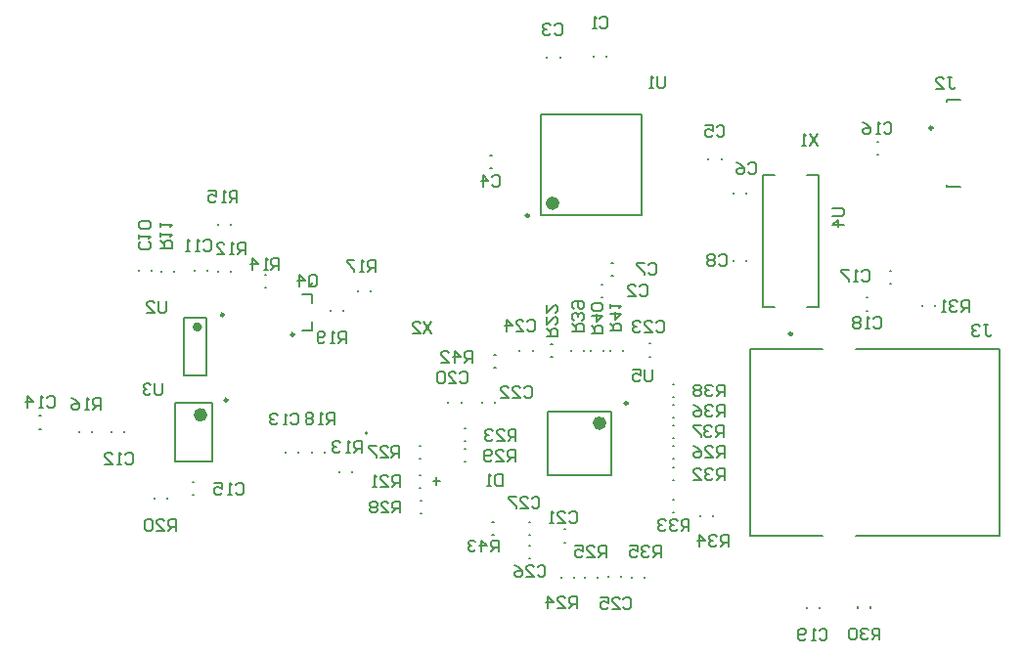
<source format=gbr>
%TF.GenerationSoftware,Altium Limited,Altium Designer,18.1.9 (240)*%
G04 Layer_Color=32896*
%FSLAX43Y43*%
%MOMM*%
%TF.FileFunction,Legend,Bot*%
%TF.Part,Single*%
G01*
G75*
%TA.AperFunction,NonConductor*%
%ADD55C,0.250*%
%ADD56C,0.127*%
%ADD57C,0.200*%
%ADD60C,0.180*%
%ADD61C,0.600*%
%ADD62C,0.400*%
D55*
X100196Y57294D02*
G03*
X100196Y57294I-125J0D01*
G01*
X71324Y63267D02*
G03*
X71324Y63267I-125J0D01*
G01*
X65229Y64973D02*
G03*
X65229Y64973I-125J0D01*
G01*
X91653Y73553D02*
G03*
X91653Y73553I-125J0D01*
G01*
X126596Y81143D02*
G03*
X126596Y81143I-125J0D01*
G01*
X114425Y63298D02*
G03*
X114425Y63298I-125J0D01*
G01*
X65573Y57584D02*
G03*
X65573Y57584I-125J0D01*
G01*
D56*
X83998Y50547D02*
X83345D01*
X83672Y50221D02*
Y50874D01*
D57*
X77663Y54733D02*
G03*
X77663Y54733I-100J0D01*
G01*
X98771Y51094D02*
Y56594D01*
X93271Y51094D02*
Y56594D01*
X98771D01*
X93271Y51094D02*
X98771D01*
X108347Y78423D02*
Y78523D01*
X107197Y78423D02*
Y78523D01*
X110506Y69610D02*
Y69710D01*
X109356Y69610D02*
Y69710D01*
X109356Y75490D02*
Y75590D01*
X110506Y75490D02*
Y75590D01*
X97905Y67606D02*
X98005D01*
X97905Y66456D02*
X98005D01*
X98820Y68335D02*
X98920D01*
X98820Y69485D02*
X98920D01*
X88659Y61510D02*
X88759D01*
X88659Y60410D02*
X88759D01*
X90840Y61849D02*
Y61949D01*
X91990Y61849D02*
Y61949D01*
X93574Y62424D02*
X93674D01*
X93574Y61324D02*
X93674D01*
X95335Y61850D02*
Y61950D01*
X96435Y61850D02*
Y61950D01*
X96986Y61850D02*
Y61950D01*
X98086Y61850D02*
Y61950D01*
X98662Y61850D02*
Y61950D01*
X99762Y61850D02*
Y61950D01*
X104099Y58966D02*
X104199D01*
X104099Y57866D02*
X104199D01*
X104099Y57188D02*
X104199D01*
X104099Y56088D02*
X104199D01*
X104099Y55410D02*
X104199D01*
X104099Y54310D02*
X104199D01*
X104099Y53644D02*
X104199D01*
X104099Y52544D02*
X104199D01*
X104115Y51740D02*
X104215D01*
X104115Y50640D02*
X104215D01*
X104115Y48976D02*
X104215D01*
X104115Y47876D02*
X104215D01*
X106485Y47526D02*
Y47626D01*
X107585Y47526D02*
Y47626D01*
X71999Y63617D02*
X72899D01*
Y64367D01*
X71999Y66717D02*
X72899D01*
Y65967D02*
Y66717D01*
X75573Y65283D02*
Y65383D01*
X74473Y65283D02*
Y65383D01*
X77969Y66994D02*
Y67094D01*
X76869Y66994D02*
Y67094D01*
X68798Y67319D02*
X68898D01*
X68798Y68419D02*
X68898D01*
X63837Y68734D02*
Y68834D01*
X62687Y68734D02*
Y68834D01*
X64763Y72772D02*
Y72872D01*
X65863Y72772D02*
Y72872D01*
X59854Y68684D02*
Y68784D01*
X60954Y68684D02*
Y68784D01*
X59011Y68734D02*
Y68834D01*
X57861Y68734D02*
Y68834D01*
X61754Y59718D02*
X63754D01*
X61754Y64718D02*
X63754D01*
X61754Y59718D02*
Y64718D01*
X63754Y59718D02*
Y64718D01*
X52714Y54805D02*
Y54905D01*
X53814Y54805D02*
Y54905D01*
X56633Y54805D02*
Y54905D01*
X55483Y54805D02*
Y54905D01*
X49289Y56252D02*
X49389D01*
X49289Y55102D02*
X49389D01*
X60316Y49036D02*
Y49136D01*
X59216Y49036D02*
Y49136D01*
X62574Y50511D02*
X62674D01*
X62574Y49361D02*
X62674D01*
X71718Y52989D02*
Y53089D01*
X70568Y52989D02*
Y53089D01*
X72893Y53039D02*
Y53139D01*
X73993Y53039D02*
Y53139D01*
X75218Y51322D02*
Y51422D01*
X76318Y51322D02*
Y51422D01*
X84670Y57355D02*
Y57455D01*
X85820Y57355D02*
Y57455D01*
X87588Y57355D02*
Y57455D01*
X88738Y57355D02*
Y57455D01*
X86055Y54056D02*
X86155D01*
X86055Y55156D02*
X86155D01*
X86055Y52278D02*
X86155D01*
X86055Y53378D02*
X86155D01*
X82209Y49945D02*
X82309D01*
X82209Y51045D02*
X82309D01*
X82234Y47786D02*
X82334D01*
X82234Y48886D02*
X82334D01*
X88494Y47032D02*
X88594D01*
X88494Y45932D02*
X88594D01*
X91691Y45903D02*
X91791D01*
X91691Y47053D02*
X91791D01*
X91691Y43871D02*
X91791D01*
X91691Y45021D02*
X91791D01*
X94705Y46422D02*
X94805D01*
X94705Y45272D02*
X94805D01*
X95571Y42198D02*
Y42298D01*
X94471Y42198D02*
Y42298D01*
X97603Y42198D02*
Y42298D01*
X96503Y42198D02*
Y42298D01*
X99660Y42242D02*
Y42342D01*
X98510Y42242D02*
Y42342D01*
X101667Y42198D02*
Y42298D01*
X100567Y42198D02*
Y42298D01*
X115681Y39536D02*
Y39636D01*
X116831Y39536D02*
Y39636D01*
X121251Y39599D02*
Y39699D01*
X120151Y39599D02*
Y39699D01*
X119932Y45838D02*
X132358D01*
X110768D02*
X117104D01*
X110768Y61968D02*
X117104D01*
X119932D02*
X132358D01*
Y45838D02*
Y61968D01*
X110768Y45838D02*
Y61968D01*
X122886Y68799D02*
X122986D01*
X122886Y67649D02*
X122986D01*
X120905Y66463D02*
X121005D01*
X120905Y65313D02*
X121005D01*
X125684Y65712D02*
Y65812D01*
X126784Y65712D02*
Y65812D01*
X88329Y77653D02*
X88429D01*
X88329Y78803D02*
X88429D01*
X92703Y73628D02*
Y82328D01*
X101403Y73628D02*
Y82328D01*
X92703Y73628D02*
X101403D01*
X92703Y82328D02*
X101403D01*
X93227Y87224D02*
Y87324D01*
X94377Y87224D02*
Y87324D01*
X97228Y87288D02*
Y87388D01*
X98378Y87288D02*
Y87388D01*
X121832Y78825D02*
X121932D01*
X121832Y79975D02*
X121932D01*
X127821Y76093D02*
X129006D01*
X127821D02*
Y76243D01*
Y83593D02*
X129006D01*
X127821Y83443D02*
Y83593D01*
X82158Y53644D02*
X82258D01*
X82158Y52544D02*
X82258D01*
X102069Y61350D02*
X102169D01*
X102069Y62500D02*
X102169D01*
X111900Y65648D02*
Y77048D01*
X116700Y65648D02*
Y77048D01*
X115700Y65648D02*
X116700D01*
X111900D02*
X112900D01*
X111900Y77048D02*
X112900D01*
X115700D02*
X116700D01*
X64744Y68684D02*
Y68784D01*
X65844Y68684D02*
Y68784D01*
X64223Y52304D02*
Y57304D01*
X61023Y52304D02*
Y57304D01*
X64223D01*
X61023Y52304D02*
X64223D01*
D60*
X117923Y74219D02*
X118756D01*
X118923Y74052D01*
Y73719D01*
X118756Y73552D01*
X117923D01*
X118923Y72719D02*
X117923D01*
X118423Y73219D01*
Y72553D01*
X54585Y56744D02*
Y57743D01*
X54085D01*
X53918Y57577D01*
Y57243D01*
X54085Y57077D01*
X54585D01*
X54251D02*
X53918Y56744D01*
X53585D02*
X53252D01*
X53418D01*
Y57743D01*
X53585Y57577D01*
X52085Y57743D02*
X52419Y57577D01*
X52752Y57243D01*
Y56910D01*
X52585Y56744D01*
X52252D01*
X52085Y56910D01*
Y57077D01*
X52252Y57243D01*
X52752D01*
X66396Y74727D02*
Y75726D01*
X65896D01*
X65729Y75560D01*
Y75227D01*
X65896Y75060D01*
X66396D01*
X66062D02*
X65729Y74727D01*
X65396D02*
X65063D01*
X65229D01*
Y75726D01*
X65396Y75560D01*
X63896Y75726D02*
X64563D01*
Y75227D01*
X64230Y75393D01*
X64063D01*
X63896Y75227D01*
Y74893D01*
X64063Y74727D01*
X64396D01*
X64563Y74893D01*
X83236Y64347D02*
X82569Y63348D01*
Y64347D02*
X83236Y63348D01*
X81570D02*
X82236D01*
X81570Y64014D01*
Y64181D01*
X81736Y64347D01*
X82070D01*
X82236Y64181D01*
X116637Y80654D02*
X115970Y79654D01*
Y80654D02*
X116637Y79654D01*
X115637D02*
X115304D01*
X115471D01*
Y80654D01*
X115637Y80487D01*
X102311Y60207D02*
Y59374D01*
X102145Y59207D01*
X101811D01*
X101645Y59374D01*
Y60207D01*
X100645D02*
X101312D01*
Y59707D01*
X100978Y59874D01*
X100812D01*
X100645Y59707D01*
Y59374D01*
X100812Y59207D01*
X101145D01*
X101312Y59374D01*
X59944Y59064D02*
Y58231D01*
X59777Y58064D01*
X59444D01*
X59278Y58231D01*
Y59064D01*
X58944Y58897D02*
X58778Y59064D01*
X58444D01*
X58278Y58897D01*
Y58731D01*
X58444Y58564D01*
X58611D01*
X58444D01*
X58278Y58398D01*
Y58231D01*
X58444Y58064D01*
X58778D01*
X58944Y58231D01*
X60249Y66125D02*
Y65292D01*
X60082Y65126D01*
X59749D01*
X59582Y65292D01*
Y66125D01*
X58583Y65126D02*
X59249D01*
X58583Y65792D01*
Y65959D01*
X58749Y66125D01*
X59083D01*
X59249Y65959D01*
X103403Y85607D02*
Y84774D01*
X103237Y84607D01*
X102904D01*
X102737Y84774D01*
Y85607D01*
X102404Y84607D02*
X102071D01*
X102237D01*
Y85607D01*
X102404Y85440D01*
X89052Y44450D02*
Y45450D01*
X88553D01*
X88386Y45283D01*
Y44950D01*
X88553Y44783D01*
X89052D01*
X88719D02*
X88386Y44450D01*
X87553D02*
Y45450D01*
X88053Y44950D01*
X87386D01*
X87053Y45283D02*
X86886Y45450D01*
X86553D01*
X86387Y45283D01*
Y45116D01*
X86553Y44950D01*
X86720D01*
X86553D01*
X86387Y44783D01*
Y44617D01*
X86553Y44450D01*
X86886D01*
X87053Y44617D01*
X86741Y60858D02*
Y61858D01*
X86241D01*
X86075Y61691D01*
Y61358D01*
X86241Y61192D01*
X86741D01*
X86408D02*
X86075Y60858D01*
X85241D02*
Y61858D01*
X85741Y61358D01*
X85075D01*
X84075Y60858D02*
X84742D01*
X84075Y61525D01*
Y61691D01*
X84242Y61858D01*
X84575D01*
X84742Y61691D01*
X98662Y63576D02*
X99662D01*
Y64076D01*
X99495Y64243D01*
X99162D01*
X98996Y64076D01*
Y63576D01*
Y63909D02*
X98662Y64243D01*
Y65076D02*
X99662D01*
X99162Y64576D01*
Y65242D01*
X98662Y65576D02*
Y65909D01*
Y65742D01*
X99662D01*
X99495Y65576D01*
X97053Y63348D02*
X98053D01*
Y63847D01*
X97886Y64014D01*
X97553D01*
X97387Y63847D01*
Y63348D01*
Y63681D02*
X97053Y64014D01*
Y64847D02*
X98053D01*
X97553Y64347D01*
Y65014D01*
X97886Y65347D02*
X98053Y65514D01*
Y65847D01*
X97886Y66013D01*
X97220D01*
X97053Y65847D01*
Y65514D01*
X97220Y65347D01*
X97886D01*
X95402Y63500D02*
X96402D01*
Y64000D01*
X96235Y64166D01*
X95902D01*
X95736Y64000D01*
Y63500D01*
Y63833D02*
X95402Y64166D01*
X96235Y64500D02*
X96402Y64666D01*
Y65000D01*
X96235Y65166D01*
X96069D01*
X95902Y65000D01*
Y64833D01*
Y65000D01*
X95736Y65166D01*
X95569D01*
X95402Y65000D01*
Y64666D01*
X95569Y64500D01*
Y65499D02*
X95402Y65666D01*
Y65999D01*
X95569Y66166D01*
X96235D01*
X96402Y65999D01*
Y65666D01*
X96235Y65499D01*
X96069D01*
X95902Y65666D01*
Y66166D01*
X108585Y57912D02*
Y58912D01*
X108085D01*
X107919Y58745D01*
Y58412D01*
X108085Y58245D01*
X108585D01*
X108252D02*
X107919Y57912D01*
X107585Y58745D02*
X107419Y58912D01*
X107085D01*
X106919Y58745D01*
Y58578D01*
X107085Y58412D01*
X107252D01*
X107085D01*
X106919Y58245D01*
Y58079D01*
X107085Y57912D01*
X107419D01*
X107585Y58079D01*
X106586Y58745D02*
X106419Y58912D01*
X106086D01*
X105919Y58745D01*
Y58578D01*
X106086Y58412D01*
X105919Y58245D01*
Y58079D01*
X106086Y57912D01*
X106419D01*
X106586Y58079D01*
Y58245D01*
X106419Y58412D01*
X106586Y58578D01*
Y58745D01*
X106419Y58412D02*
X106086D01*
X108534Y54381D02*
Y55381D01*
X108034D01*
X107868Y55214D01*
Y54881D01*
X108034Y54715D01*
X108534D01*
X108201D02*
X107868Y54381D01*
X107535Y55214D02*
X107368Y55381D01*
X107035D01*
X106868Y55214D01*
Y55048D01*
X107035Y54881D01*
X107201D01*
X107035D01*
X106868Y54715D01*
Y54548D01*
X107035Y54381D01*
X107368D01*
X107535Y54548D01*
X106535Y55381D02*
X105868D01*
Y55214D01*
X106535Y54548D01*
Y54381D01*
X108585Y56159D02*
Y57159D01*
X108085D01*
X107919Y56992D01*
Y56659D01*
X108085Y56493D01*
X108585D01*
X108252D02*
X107919Y56159D01*
X107585Y56992D02*
X107419Y57159D01*
X107085D01*
X106919Y56992D01*
Y56826D01*
X107085Y56659D01*
X107252D01*
X107085D01*
X106919Y56493D01*
Y56326D01*
X107085Y56159D01*
X107419D01*
X107585Y56326D01*
X105919Y57159D02*
X106252Y56992D01*
X106586Y56659D01*
Y56326D01*
X106419Y56159D01*
X106086D01*
X105919Y56326D01*
Y56493D01*
X106086Y56659D01*
X106586D01*
X103073Y43993D02*
Y44992D01*
X102573D01*
X102407Y44826D01*
Y44493D01*
X102573Y44326D01*
X103073D01*
X102740D02*
X102407Y43993D01*
X102074Y44826D02*
X101907Y44992D01*
X101574D01*
X101407Y44826D01*
Y44659D01*
X101574Y44493D01*
X101740D01*
X101574D01*
X101407Y44326D01*
Y44159D01*
X101574Y43993D01*
X101907D01*
X102074Y44159D01*
X100407Y44992D02*
X101074D01*
Y44493D01*
X100741Y44659D01*
X100574D01*
X100407Y44493D01*
Y44159D01*
X100574Y43993D01*
X100907D01*
X101074Y44159D01*
X108915Y44882D02*
Y45881D01*
X108415D01*
X108249Y45715D01*
Y45382D01*
X108415Y45215D01*
X108915D01*
X108582D02*
X108249Y44882D01*
X107916Y45715D02*
X107749Y45881D01*
X107416D01*
X107249Y45715D01*
Y45548D01*
X107416Y45382D01*
X107582D01*
X107416D01*
X107249Y45215D01*
Y45048D01*
X107416Y44882D01*
X107749D01*
X107916Y45048D01*
X106416Y44882D02*
Y45881D01*
X106916Y45382D01*
X106249D01*
X105512Y46253D02*
Y47253D01*
X105012D01*
X104845Y47086D01*
Y46753D01*
X105012Y46587D01*
X105512D01*
X105178D02*
X104845Y46253D01*
X104512Y47086D02*
X104345Y47253D01*
X104012D01*
X103845Y47086D01*
Y46920D01*
X104012Y46753D01*
X104179D01*
X104012D01*
X103845Y46587D01*
Y46420D01*
X104012Y46253D01*
X104345D01*
X104512Y46420D01*
X103512Y47086D02*
X103346Y47253D01*
X103012D01*
X102846Y47086D01*
Y46920D01*
X103012Y46753D01*
X103179D01*
X103012D01*
X102846Y46587D01*
Y46420D01*
X103012Y46253D01*
X103346D01*
X103512Y46420D01*
X108585Y50698D02*
Y51698D01*
X108085D01*
X107919Y51531D01*
Y51198D01*
X108085Y51032D01*
X108585D01*
X108252D02*
X107919Y50698D01*
X107585Y51531D02*
X107419Y51698D01*
X107085D01*
X106919Y51531D01*
Y51365D01*
X107085Y51198D01*
X107252D01*
X107085D01*
X106919Y51032D01*
Y50865D01*
X107085Y50698D01*
X107419D01*
X107585Y50865D01*
X105919Y50698D02*
X106586D01*
X105919Y51365D01*
Y51531D01*
X106086Y51698D01*
X106419D01*
X106586Y51531D01*
X129743Y65227D02*
Y66227D01*
X129243D01*
X129077Y66060D01*
Y65727D01*
X129243Y65560D01*
X129743D01*
X129410D02*
X129077Y65227D01*
X128744Y66060D02*
X128577Y66227D01*
X128244D01*
X128077Y66060D01*
Y65894D01*
X128244Y65727D01*
X128410D01*
X128244D01*
X128077Y65560D01*
Y65394D01*
X128244Y65227D01*
X128577D01*
X128744Y65394D01*
X127744Y65227D02*
X127411D01*
X127577D01*
Y66227D01*
X127744Y66060D01*
X122022Y36830D02*
Y37830D01*
X121522D01*
X121355Y37663D01*
Y37330D01*
X121522Y37163D01*
X122022D01*
X121688D02*
X121355Y36830D01*
X121022Y37663D02*
X120855Y37830D01*
X120522D01*
X120355Y37663D01*
Y37496D01*
X120522Y37330D01*
X120689D01*
X120522D01*
X120355Y37163D01*
Y36997D01*
X120522Y36830D01*
X120855D01*
X121022Y36997D01*
X120022Y37663D02*
X119856Y37830D01*
X119522D01*
X119356Y37663D01*
Y36997D01*
X119522Y36830D01*
X119856D01*
X120022Y36997D01*
Y37663D01*
X90475Y52299D02*
Y53298D01*
X89975D01*
X89808Y53132D01*
Y52798D01*
X89975Y52632D01*
X90475D01*
X90142D02*
X89808Y52299D01*
X88809D02*
X89475D01*
X88809Y52965D01*
Y53132D01*
X88975Y53298D01*
X89309D01*
X89475Y53132D01*
X88475Y52465D02*
X88309Y52299D01*
X87976D01*
X87809Y52465D01*
Y53132D01*
X87976Y53298D01*
X88309D01*
X88475Y53132D01*
Y52965D01*
X88309Y52798D01*
X87809D01*
X80518Y47828D02*
Y48828D01*
X80018D01*
X79852Y48661D01*
Y48328D01*
X80018Y48161D01*
X80518D01*
X80185D02*
X79852Y47828D01*
X78852D02*
X79518D01*
X78852Y48495D01*
Y48661D01*
X79018Y48828D01*
X79352D01*
X79518Y48661D01*
X78519D02*
X78352Y48828D01*
X78019D01*
X77852Y48661D01*
Y48495D01*
X78019Y48328D01*
X77852Y48161D01*
Y47995D01*
X78019Y47828D01*
X78352D01*
X78519Y47995D01*
Y48161D01*
X78352Y48328D01*
X78519Y48495D01*
Y48661D01*
X78352Y48328D02*
X78019D01*
X80442Y52603D02*
Y53603D01*
X79942D01*
X79775Y53436D01*
Y53103D01*
X79942Y52937D01*
X80442D01*
X80109D02*
X79775Y52603D01*
X78776D02*
X79442D01*
X78776Y53270D01*
Y53436D01*
X78942Y53603D01*
X79276D01*
X79442Y53436D01*
X78442Y53603D02*
X77776D01*
Y53436D01*
X78442Y52770D01*
Y52603D01*
X108585Y52629D02*
Y53628D01*
X108085D01*
X107919Y53462D01*
Y53129D01*
X108085Y52962D01*
X108585D01*
X108252D02*
X107919Y52629D01*
X106919D02*
X107585D01*
X106919Y53295D01*
Y53462D01*
X107085Y53628D01*
X107419D01*
X107585Y53462D01*
X105919Y53628D02*
X106252Y53462D01*
X106586Y53129D01*
Y52795D01*
X106419Y52629D01*
X106086D01*
X105919Y52795D01*
Y52962D01*
X106086Y53129D01*
X106586D01*
X98349Y43967D02*
Y44967D01*
X97849D01*
X97682Y44800D01*
Y44467D01*
X97849Y44301D01*
X98349D01*
X98016D02*
X97682Y43967D01*
X96683D02*
X97349D01*
X96683Y44634D01*
Y44800D01*
X96849Y44967D01*
X97183D01*
X97349Y44800D01*
X95683Y44967D02*
X96349D01*
Y44467D01*
X96016Y44634D01*
X95850D01*
X95683Y44467D01*
Y44134D01*
X95850Y43967D01*
X96183D01*
X96349Y44134D01*
X95783Y39548D02*
Y40547D01*
X95284D01*
X95117Y40381D01*
Y40048D01*
X95284Y39881D01*
X95783D01*
X95450D02*
X95117Y39548D01*
X94117D02*
X94784D01*
X94117Y40214D01*
Y40381D01*
X94284Y40547D01*
X94617D01*
X94784Y40381D01*
X93284Y39548D02*
Y40547D01*
X93784Y40048D01*
X93118D01*
X90526Y54026D02*
Y55025D01*
X90026D01*
X89859Y54859D01*
Y54526D01*
X90026Y54359D01*
X90526D01*
X90192D02*
X89859Y54026D01*
X88859D02*
X89526D01*
X88859Y54692D01*
Y54859D01*
X89026Y55025D01*
X89359D01*
X89526Y54859D01*
X88526D02*
X88360Y55025D01*
X88026D01*
X87860Y54859D01*
Y54692D01*
X88026Y54526D01*
X88193D01*
X88026D01*
X87860Y54359D01*
Y54192D01*
X88026Y54026D01*
X88360D01*
X88526Y54192D01*
X93167Y63119D02*
X94167D01*
Y63619D01*
X94000Y63785D01*
X93667D01*
X93500Y63619D01*
Y63119D01*
Y63452D02*
X93167Y63785D01*
Y64785D02*
Y64119D01*
X93834Y64785D01*
X94000D01*
X94167Y64619D01*
Y64285D01*
X94000Y64119D01*
X93167Y65785D02*
Y65118D01*
X93834Y65785D01*
X94000D01*
X94167Y65618D01*
Y65285D01*
X94000Y65118D01*
X80467Y50063D02*
Y51063D01*
X79967D01*
X79801Y50896D01*
Y50563D01*
X79967Y50397D01*
X80467D01*
X80134D02*
X79801Y50063D01*
X78801D02*
X79468D01*
X78801Y50730D01*
Y50896D01*
X78968Y51063D01*
X79301D01*
X79468Y50896D01*
X78468Y50063D02*
X78135D01*
X78301D01*
Y51063D01*
X78468Y50896D01*
X61087Y46253D02*
Y47253D01*
X60587D01*
X60421Y47086D01*
Y46753D01*
X60587Y46587D01*
X61087D01*
X60754D02*
X60421Y46253D01*
X59421D02*
X60087D01*
X59421Y46920D01*
Y47086D01*
X59587Y47253D01*
X59921D01*
X60087Y47086D01*
X59088D02*
X58921Y47253D01*
X58588D01*
X58421Y47086D01*
Y46420D01*
X58588Y46253D01*
X58921D01*
X59088Y46420D01*
Y47086D01*
X75844Y62509D02*
Y63509D01*
X75345D01*
X75178Y63342D01*
Y63009D01*
X75345Y62843D01*
X75844D01*
X75511D02*
X75178Y62509D01*
X74845D02*
X74511D01*
X74678D01*
Y63509D01*
X74845Y63342D01*
X74012Y62676D02*
X73845Y62509D01*
X73512D01*
X73345Y62676D01*
Y63342D01*
X73512Y63509D01*
X73845D01*
X74012Y63342D01*
Y63176D01*
X73845Y63009D01*
X73345D01*
X74828Y55499D02*
Y56499D01*
X74329D01*
X74162Y56332D01*
Y55999D01*
X74329Y55832D01*
X74828D01*
X74495D02*
X74162Y55499D01*
X73829D02*
X73495D01*
X73662D01*
Y56499D01*
X73829Y56332D01*
X72996D02*
X72829Y56499D01*
X72496D01*
X72329Y56332D01*
Y56165D01*
X72496Y55999D01*
X72329Y55832D01*
Y55666D01*
X72496Y55499D01*
X72829D01*
X72996Y55666D01*
Y55832D01*
X72829Y55999D01*
X72996Y56165D01*
Y56332D01*
X72829Y55999D02*
X72496D01*
X78384Y68684D02*
Y69684D01*
X77885D01*
X77718Y69517D01*
Y69184D01*
X77885Y69017D01*
X78384D01*
X78051D02*
X77718Y68684D01*
X77385D02*
X77051D01*
X77218D01*
Y69684D01*
X77385Y69517D01*
X76552Y69684D02*
X75885D01*
Y69517D01*
X76552Y68851D01*
Y68684D01*
X70028Y68859D02*
Y69859D01*
X69528D01*
X69361Y69692D01*
Y69359D01*
X69528Y69193D01*
X70028D01*
X69695D02*
X69361Y68859D01*
X69028D02*
X68695D01*
X68862D01*
Y69859D01*
X69028Y69692D01*
X67695Y68859D02*
Y69859D01*
X68195Y69359D01*
X67529D01*
X77165Y53061D02*
Y54060D01*
X76665D01*
X76499Y53894D01*
Y53560D01*
X76665Y53394D01*
X77165D01*
X76832D02*
X76499Y53061D01*
X76166D02*
X75832D01*
X75999D01*
Y54060D01*
X76166Y53894D01*
X75332D02*
X75166Y54060D01*
X74833D01*
X74666Y53894D01*
Y53727D01*
X74833Y53560D01*
X74999D01*
X74833D01*
X74666Y53394D01*
Y53227D01*
X74833Y53061D01*
X75166D01*
X75332Y53227D01*
X67132Y70256D02*
Y71256D01*
X66632D01*
X66466Y71089D01*
Y70756D01*
X66632Y70590D01*
X67132D01*
X66799D02*
X66466Y70256D01*
X66133D02*
X65799D01*
X65966D01*
Y71256D01*
X66133Y71089D01*
X64633Y70256D02*
X65299D01*
X64633Y70923D01*
Y71089D01*
X64800Y71256D01*
X65133D01*
X65299Y71089D01*
X59792Y70739D02*
X60791D01*
Y71239D01*
X60625Y71405D01*
X60291D01*
X60125Y71239D01*
Y70739D01*
Y71072D02*
X59792Y71405D01*
Y71739D02*
Y72072D01*
Y71905D01*
X60791D01*
X60625Y71739D01*
X59792Y72572D02*
Y72905D01*
Y72738D01*
X60791D01*
X60625Y72572D01*
X72638Y67604D02*
Y68270D01*
X72805Y68437D01*
X73138D01*
X73304Y68270D01*
Y67604D01*
X73138Y67437D01*
X72805D01*
X72971Y67770D02*
X72638Y67437D01*
X72805D02*
X72638Y67604D01*
X71805Y67437D02*
Y68437D01*
X72305Y67937D01*
X71638D01*
X131037Y64109D02*
X131370D01*
X131203D01*
Y63276D01*
X131370Y63110D01*
X131536D01*
X131703Y63276D01*
X130703Y63943D02*
X130537Y64109D01*
X130204D01*
X130037Y63943D01*
Y63776D01*
X130204Y63610D01*
X130370D01*
X130204D01*
X130037Y63443D01*
Y63276D01*
X130204Y63110D01*
X130537D01*
X130703Y63276D01*
X127927Y85515D02*
X128260D01*
X128093D01*
Y84682D01*
X128260Y84516D01*
X128427D01*
X128593Y84682D01*
X126927Y84516D02*
X127594D01*
X126927Y85182D01*
Y85349D01*
X127094Y85515D01*
X127427D01*
X127594Y85349D01*
X89408Y51139D02*
Y50140D01*
X88908D01*
X88742Y50306D01*
Y50973D01*
X88908Y51139D01*
X89408D01*
X88408Y50140D02*
X88075D01*
X88242D01*
Y51139D01*
X88408Y50973D01*
X91891Y49068D02*
X92058Y49234D01*
X92391D01*
X92558Y49068D01*
Y48401D01*
X92391Y48235D01*
X92058D01*
X91891Y48401D01*
X90891Y48235D02*
X91558D01*
X90891Y48901D01*
Y49068D01*
X91058Y49234D01*
X91391D01*
X91558Y49068D01*
X90558Y49234D02*
X89892D01*
Y49068D01*
X90558Y48401D01*
Y48235D01*
X92399Y43099D02*
X92566Y43265D01*
X92899D01*
X93066Y43099D01*
Y42432D01*
X92899Y42266D01*
X92566D01*
X92399Y42432D01*
X91399Y42266D02*
X92066D01*
X91399Y42932D01*
Y43099D01*
X91566Y43265D01*
X91899D01*
X92066Y43099D01*
X90400Y43265D02*
X90733Y43099D01*
X91066Y42765D01*
Y42432D01*
X90900Y42266D01*
X90566D01*
X90400Y42432D01*
Y42599D01*
X90566Y42765D01*
X91066D01*
X99841Y40355D02*
X100008Y40522D01*
X100341D01*
X100508Y40355D01*
Y39689D01*
X100341Y39522D01*
X100008D01*
X99841Y39689D01*
X98842Y39522D02*
X99508D01*
X98842Y40189D01*
Y40355D01*
X99008Y40522D01*
X99342D01*
X99508Y40355D01*
X97842Y40522D02*
X98508D01*
Y40022D01*
X98175Y40189D01*
X98009D01*
X97842Y40022D01*
Y39689D01*
X98009Y39522D01*
X98342D01*
X98508Y39689D01*
X91536Y64384D02*
X91702Y64550D01*
X92035D01*
X92202Y64384D01*
Y63717D01*
X92035Y63551D01*
X91702D01*
X91536Y63717D01*
X90536Y63551D02*
X91202D01*
X90536Y64217D01*
Y64384D01*
X90702Y64550D01*
X91036D01*
X91202Y64384D01*
X89703Y63551D02*
Y64550D01*
X90203Y64051D01*
X89536D01*
X102686Y64282D02*
X102853Y64449D01*
X103186D01*
X103353Y64282D01*
Y63616D01*
X103186Y63449D01*
X102853D01*
X102686Y63616D01*
X101686Y63449D02*
X102353D01*
X101686Y64116D01*
Y64282D01*
X101853Y64449D01*
X102186D01*
X102353Y64282D01*
X101353D02*
X101187Y64449D01*
X100853D01*
X100687Y64282D01*
Y64116D01*
X100853Y63949D01*
X101020D01*
X100853D01*
X100687Y63782D01*
Y63616D01*
X100853Y63449D01*
X101187D01*
X101353Y63616D01*
X91231Y58618D02*
X91397Y58785D01*
X91731D01*
X91897Y58618D01*
Y57952D01*
X91731Y57785D01*
X91397D01*
X91231Y57952D01*
X90231Y57785D02*
X90898D01*
X90231Y58451D01*
Y58618D01*
X90398Y58785D01*
X90731D01*
X90898Y58618D01*
X89231Y57785D02*
X89898D01*
X89231Y58451D01*
Y58618D01*
X89398Y58785D01*
X89731D01*
X89898Y58618D01*
X95142Y47798D02*
X95309Y47964D01*
X95642D01*
X95809Y47798D01*
Y47131D01*
X95642Y46965D01*
X95309D01*
X95142Y47131D01*
X94143Y46965D02*
X94809D01*
X94143Y47631D01*
Y47798D01*
X94309Y47964D01*
X94643D01*
X94809Y47798D01*
X93809Y46965D02*
X93476D01*
X93643D01*
Y47964D01*
X93809Y47798D01*
X85694Y59863D02*
X85860Y60029D01*
X86193D01*
X86360Y59863D01*
Y59196D01*
X86193Y59030D01*
X85860D01*
X85694Y59196D01*
X84694Y59030D02*
X85360D01*
X84694Y59696D01*
Y59863D01*
X84860Y60029D01*
X85194D01*
X85360Y59863D01*
X84361D02*
X84194Y60029D01*
X83861D01*
X83694Y59863D01*
Y59196D01*
X83861Y59030D01*
X84194D01*
X84361Y59196D01*
Y59863D01*
X116783Y37612D02*
X116950Y37779D01*
X117283D01*
X117450Y37612D01*
Y36946D01*
X117283Y36779D01*
X116950D01*
X116783Y36946D01*
X116450Y36779D02*
X116117D01*
X116283D01*
Y37779D01*
X116450Y37612D01*
X115617Y36946D02*
X115450Y36779D01*
X115117D01*
X114950Y36946D01*
Y37612D01*
X115117Y37779D01*
X115450D01*
X115617Y37612D01*
Y37446D01*
X115450Y37279D01*
X114950D01*
X121508Y64638D02*
X121674Y64804D01*
X122007D01*
X122174Y64638D01*
Y63971D01*
X122007Y63805D01*
X121674D01*
X121508Y63971D01*
X121174Y63805D02*
X120841D01*
X121008D01*
Y64804D01*
X121174Y64638D01*
X120341D02*
X120175Y64804D01*
X119841D01*
X119675Y64638D01*
Y64471D01*
X119841Y64305D01*
X119675Y64138D01*
Y63971D01*
X119841Y63805D01*
X120175D01*
X120341Y63971D01*
Y64138D01*
X120175Y64305D01*
X120341Y64471D01*
Y64638D01*
X120175Y64305D02*
X119841D01*
X120492Y68676D02*
X120658Y68843D01*
X120991D01*
X121158Y68676D01*
Y68010D01*
X120991Y67843D01*
X120658D01*
X120492Y68010D01*
X120158Y67843D02*
X119825D01*
X119992D01*
Y68843D01*
X120158Y68676D01*
X119325Y68843D02*
X118659D01*
Y68676D01*
X119325Y68010D01*
Y67843D01*
X122371Y81503D02*
X122538Y81670D01*
X122871D01*
X123038Y81503D01*
Y80837D01*
X122871Y80670D01*
X122538D01*
X122371Y80837D01*
X122038Y80670D02*
X121705D01*
X121871D01*
Y81670D01*
X122038Y81503D01*
X120538Y81670D02*
X120872Y81503D01*
X121205Y81170D01*
Y80837D01*
X121038Y80670D01*
X120705D01*
X120538Y80837D01*
Y81004D01*
X120705Y81170D01*
X121205D01*
X66263Y50261D02*
X66429Y50428D01*
X66762D01*
X66929Y50261D01*
Y49595D01*
X66762Y49428D01*
X66429D01*
X66263Y49595D01*
X65929Y49428D02*
X65596D01*
X65763D01*
Y50428D01*
X65929Y50261D01*
X64430Y50428D02*
X65096D01*
Y49928D01*
X64763Y50095D01*
X64596D01*
X64430Y49928D01*
Y49595D01*
X64596Y49428D01*
X64930D01*
X65096Y49595D01*
X49905Y57780D02*
X50072Y57946D01*
X50405D01*
X50571Y57780D01*
Y57113D01*
X50405Y56947D01*
X50072D01*
X49905Y57113D01*
X49572Y56947D02*
X49238D01*
X49405D01*
Y57946D01*
X49572Y57780D01*
X48239Y56947D02*
Y57946D01*
X48739Y57447D01*
X48072D01*
X71052Y56281D02*
X71218Y56448D01*
X71552D01*
X71718Y56281D01*
Y55615D01*
X71552Y55448D01*
X71218D01*
X71052Y55615D01*
X70719Y55448D02*
X70385D01*
X70552D01*
Y56448D01*
X70719Y56281D01*
X69885D02*
X69719Y56448D01*
X69386D01*
X69219Y56281D01*
Y56115D01*
X69386Y55948D01*
X69552D01*
X69386D01*
X69219Y55781D01*
Y55615D01*
X69386Y55448D01*
X69719D01*
X69885Y55615D01*
X56738Y52852D02*
X56904Y53019D01*
X57237D01*
X57404Y52852D01*
Y52186D01*
X57237Y52019D01*
X56904D01*
X56738Y52186D01*
X56404Y52019D02*
X56071D01*
X56238D01*
Y53019D01*
X56404Y52852D01*
X54905Y52019D02*
X55571D01*
X54905Y52686D01*
Y52852D01*
X55071Y53019D01*
X55405D01*
X55571Y52852D01*
X63494Y71343D02*
X63661Y71510D01*
X63994D01*
X64160Y71343D01*
Y70677D01*
X63994Y70510D01*
X63661D01*
X63494Y70677D01*
X63161Y70510D02*
X62827D01*
X62994D01*
Y71510D01*
X63161Y71343D01*
X62328Y70510D02*
X61994D01*
X62161D01*
Y71510D01*
X62328Y71343D01*
X58745Y71278D02*
X58912Y71112D01*
Y70779D01*
X58745Y70612D01*
X58079D01*
X57912Y70779D01*
Y71112D01*
X58079Y71278D01*
X57912Y71612D02*
Y71945D01*
Y71778D01*
X58912D01*
X58745Y71612D01*
Y72445D02*
X58912Y72611D01*
Y72945D01*
X58745Y73111D01*
X58079D01*
X57912Y72945D01*
Y72611D01*
X58079Y72445D01*
X58745D01*
X108122Y70073D02*
X108288Y70240D01*
X108622D01*
X108788Y70073D01*
Y69407D01*
X108622Y69240D01*
X108288D01*
X108122Y69407D01*
X107789Y70073D02*
X107622Y70240D01*
X107289D01*
X107122Y70073D01*
Y69907D01*
X107289Y69740D01*
X107122Y69574D01*
Y69407D01*
X107289Y69240D01*
X107622D01*
X107789Y69407D01*
Y69574D01*
X107622Y69740D01*
X107789Y69907D01*
Y70073D01*
X107622Y69740D02*
X107289D01*
X101975Y69261D02*
X102142Y69427D01*
X102475D01*
X102641Y69261D01*
Y68594D01*
X102475Y68428D01*
X102142D01*
X101975Y68594D01*
X101642Y69427D02*
X100975D01*
Y69261D01*
X101642Y68594D01*
Y68428D01*
X110662Y77973D02*
X110828Y78139D01*
X111162D01*
X111328Y77973D01*
Y77306D01*
X111162Y77140D01*
X110828D01*
X110662Y77306D01*
X109662Y78139D02*
X109995Y77973D01*
X110329Y77640D01*
Y77306D01*
X110162Y77140D01*
X109829D01*
X109662Y77306D01*
Y77473D01*
X109829Y77640D01*
X110329D01*
X107893Y81199D02*
X108060Y81365D01*
X108393D01*
X108560Y81199D01*
Y80532D01*
X108393Y80366D01*
X108060D01*
X107893Y80532D01*
X106893Y81365D02*
X107560D01*
Y80865D01*
X107227Y81032D01*
X107060D01*
X106893Y80865D01*
Y80532D01*
X107060Y80366D01*
X107393D01*
X107560Y80532D01*
X88488Y76906D02*
X88654Y77073D01*
X88987D01*
X89154Y76906D01*
Y76240D01*
X88987Y76073D01*
X88654D01*
X88488Y76240D01*
X87654Y76073D02*
Y77073D01*
X88154Y76573D01*
X87488D01*
X93872Y90012D02*
X94039Y90179D01*
X94372D01*
X94539Y90012D01*
Y89346D01*
X94372Y89179D01*
X94039D01*
X93872Y89346D01*
X93539Y90012D02*
X93373Y90179D01*
X93039D01*
X92873Y90012D01*
Y89846D01*
X93039Y89679D01*
X93206D01*
X93039D01*
X92873Y89513D01*
Y89346D01*
X93039Y89179D01*
X93373D01*
X93539Y89346D01*
X101264Y67406D02*
X101430Y67573D01*
X101764D01*
X101930Y67406D01*
Y66740D01*
X101764Y66573D01*
X101430D01*
X101264Y66740D01*
X100264Y66573D02*
X100931D01*
X100264Y67240D01*
Y67406D01*
X100431Y67573D01*
X100764D01*
X100931Y67406D01*
X97809Y90647D02*
X97976Y90814D01*
X98309D01*
X98476Y90647D01*
Y89981D01*
X98309Y89814D01*
X97976D01*
X97809Y89981D01*
X97476Y89814D02*
X97143D01*
X97310D01*
Y90814D01*
X97476Y90647D01*
D61*
X98071Y55594D02*
G03*
X98071Y55594I-300J0D01*
G01*
X94003Y74628D02*
G03*
X94003Y74628I-300J0D01*
G01*
X63523Y56304D02*
G03*
X63523Y56304I-300J0D01*
G01*
D62*
X63154Y63918D02*
G03*
X63154Y63918I-200J0D01*
G01*
%TF.MD5,52124df6abf578bcb8a3a0cad91945d0*%
M02*

</source>
